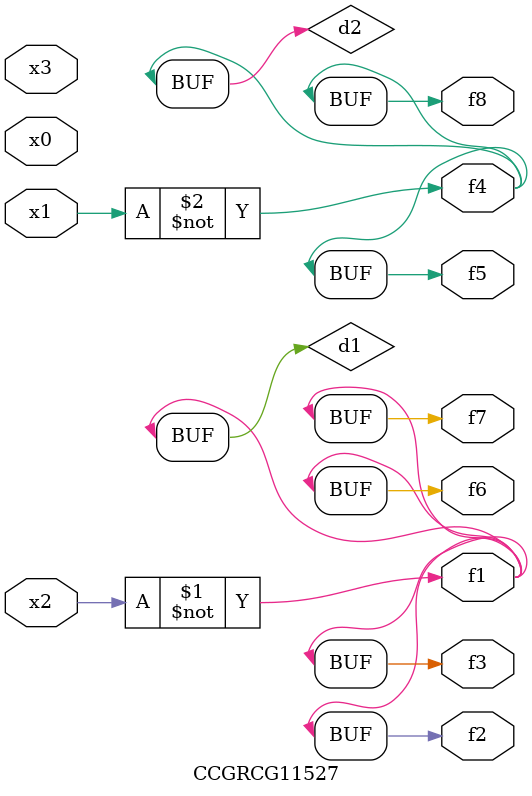
<source format=v>
module CCGRCG11527(
	input x0, x1, x2, x3,
	output f1, f2, f3, f4, f5, f6, f7, f8
);

	wire d1, d2;

	xnor (d1, x2);
	not (d2, x1);
	assign f1 = d1;
	assign f2 = d1;
	assign f3 = d1;
	assign f4 = d2;
	assign f5 = d2;
	assign f6 = d1;
	assign f7 = d1;
	assign f8 = d2;
endmodule

</source>
